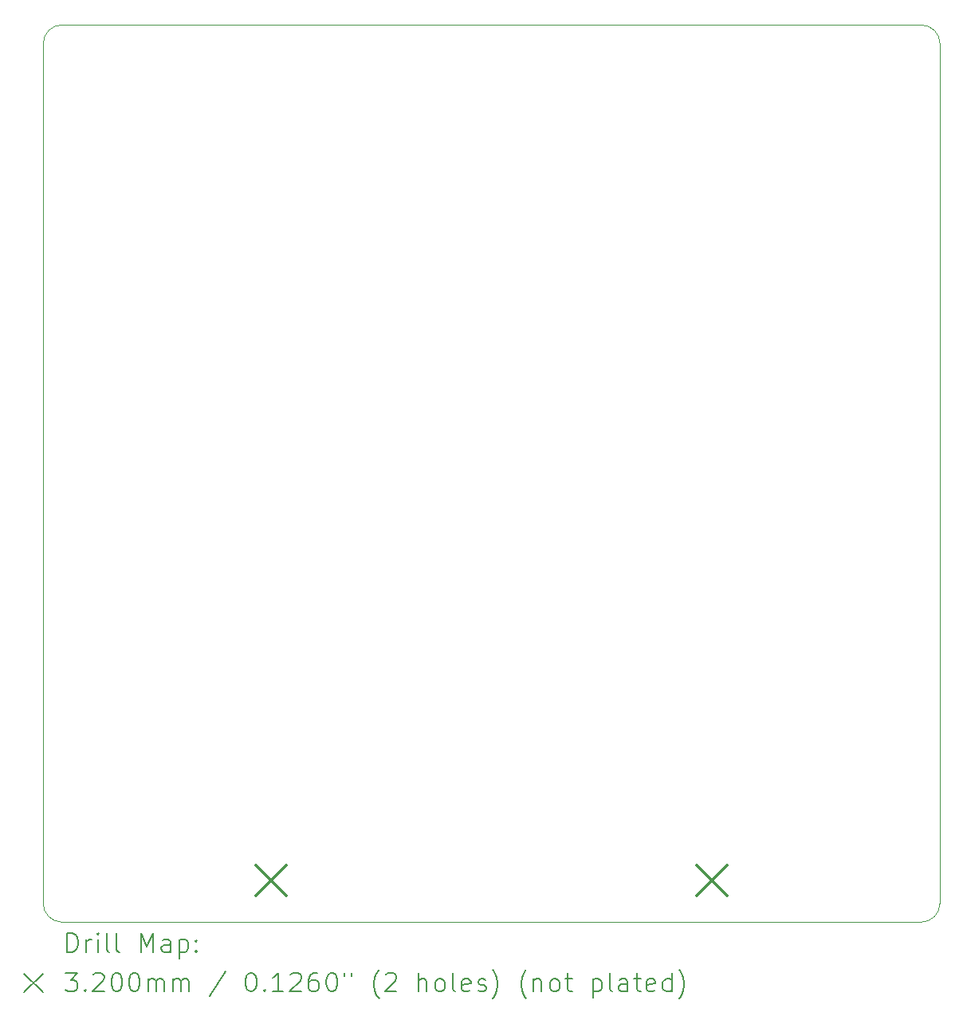
<source format=gbr>
%TF.GenerationSoftware,KiCad,Pcbnew,8.0.2*%
%TF.CreationDate,2024-06-21T19:26:26+02:00*%
%TF.ProjectId,power_board_v2,706f7765-725f-4626-9f61-72645f76322e,2.0*%
%TF.SameCoordinates,Original*%
%TF.FileFunction,Drillmap*%
%TF.FilePolarity,Positive*%
%FSLAX45Y45*%
G04 Gerber Fmt 4.5, Leading zero omitted, Abs format (unit mm)*
G04 Created by KiCad (PCBNEW 8.0.2) date 2024-06-21 19:26:26*
%MOMM*%
%LPD*%
G01*
G04 APERTURE LIST*
%ADD10C,0.100000*%
%ADD11C,0.200000*%
%ADD12C,0.320000*%
G04 APERTURE END LIST*
D10*
X2540000Y-2740000D02*
X2540000Y-11865000D01*
X12065000Y-2740000D02*
X12065000Y-11865000D01*
X12065000Y-11865000D02*
G75*
G02*
X11865000Y-12065000I-200000J0D01*
G01*
X2740000Y-12065000D02*
G75*
G02*
X2540000Y-11865000I0J200000D01*
G01*
X2540000Y-2740000D02*
G75*
G02*
X2740000Y-2540000I200000J0D01*
G01*
X11865000Y-2540000D02*
G75*
G02*
X12065000Y-2740000I0J-200000D01*
G01*
X2740000Y-12065000D02*
X11865000Y-12065000D01*
X2740000Y-2540000D02*
X11865000Y-2540000D01*
D11*
D12*
X4802500Y-11461400D02*
X5122500Y-11781400D01*
X5122500Y-11461400D02*
X4802500Y-11781400D01*
X9482500Y-11461400D02*
X9802500Y-11781400D01*
X9802500Y-11461400D02*
X9482500Y-11781400D01*
D11*
X2795777Y-12381484D02*
X2795777Y-12181484D01*
X2795777Y-12181484D02*
X2843396Y-12181484D01*
X2843396Y-12181484D02*
X2871967Y-12191008D01*
X2871967Y-12191008D02*
X2891015Y-12210055D01*
X2891015Y-12210055D02*
X2900539Y-12229103D01*
X2900539Y-12229103D02*
X2910062Y-12267198D01*
X2910062Y-12267198D02*
X2910062Y-12295769D01*
X2910062Y-12295769D02*
X2900539Y-12333865D01*
X2900539Y-12333865D02*
X2891015Y-12352912D01*
X2891015Y-12352912D02*
X2871967Y-12371960D01*
X2871967Y-12371960D02*
X2843396Y-12381484D01*
X2843396Y-12381484D02*
X2795777Y-12381484D01*
X2995777Y-12381484D02*
X2995777Y-12248150D01*
X2995777Y-12286246D02*
X3005301Y-12267198D01*
X3005301Y-12267198D02*
X3014824Y-12257674D01*
X3014824Y-12257674D02*
X3033872Y-12248150D01*
X3033872Y-12248150D02*
X3052920Y-12248150D01*
X3119586Y-12381484D02*
X3119586Y-12248150D01*
X3119586Y-12181484D02*
X3110062Y-12191008D01*
X3110062Y-12191008D02*
X3119586Y-12200531D01*
X3119586Y-12200531D02*
X3129110Y-12191008D01*
X3129110Y-12191008D02*
X3119586Y-12181484D01*
X3119586Y-12181484D02*
X3119586Y-12200531D01*
X3243396Y-12381484D02*
X3224348Y-12371960D01*
X3224348Y-12371960D02*
X3214824Y-12352912D01*
X3214824Y-12352912D02*
X3214824Y-12181484D01*
X3348158Y-12381484D02*
X3329110Y-12371960D01*
X3329110Y-12371960D02*
X3319586Y-12352912D01*
X3319586Y-12352912D02*
X3319586Y-12181484D01*
X3576729Y-12381484D02*
X3576729Y-12181484D01*
X3576729Y-12181484D02*
X3643396Y-12324341D01*
X3643396Y-12324341D02*
X3710062Y-12181484D01*
X3710062Y-12181484D02*
X3710062Y-12381484D01*
X3891015Y-12381484D02*
X3891015Y-12276722D01*
X3891015Y-12276722D02*
X3881491Y-12257674D01*
X3881491Y-12257674D02*
X3862443Y-12248150D01*
X3862443Y-12248150D02*
X3824348Y-12248150D01*
X3824348Y-12248150D02*
X3805301Y-12257674D01*
X3891015Y-12371960D02*
X3871967Y-12381484D01*
X3871967Y-12381484D02*
X3824348Y-12381484D01*
X3824348Y-12381484D02*
X3805301Y-12371960D01*
X3805301Y-12371960D02*
X3795777Y-12352912D01*
X3795777Y-12352912D02*
X3795777Y-12333865D01*
X3795777Y-12333865D02*
X3805301Y-12314817D01*
X3805301Y-12314817D02*
X3824348Y-12305293D01*
X3824348Y-12305293D02*
X3871967Y-12305293D01*
X3871967Y-12305293D02*
X3891015Y-12295769D01*
X3986253Y-12248150D02*
X3986253Y-12448150D01*
X3986253Y-12257674D02*
X4005301Y-12248150D01*
X4005301Y-12248150D02*
X4043396Y-12248150D01*
X4043396Y-12248150D02*
X4062443Y-12257674D01*
X4062443Y-12257674D02*
X4071967Y-12267198D01*
X4071967Y-12267198D02*
X4081491Y-12286246D01*
X4081491Y-12286246D02*
X4081491Y-12343388D01*
X4081491Y-12343388D02*
X4071967Y-12362436D01*
X4071967Y-12362436D02*
X4062443Y-12371960D01*
X4062443Y-12371960D02*
X4043396Y-12381484D01*
X4043396Y-12381484D02*
X4005301Y-12381484D01*
X4005301Y-12381484D02*
X3986253Y-12371960D01*
X4167205Y-12362436D02*
X4176729Y-12371960D01*
X4176729Y-12371960D02*
X4167205Y-12381484D01*
X4167205Y-12381484D02*
X4157682Y-12371960D01*
X4157682Y-12371960D02*
X4167205Y-12362436D01*
X4167205Y-12362436D02*
X4167205Y-12381484D01*
X4167205Y-12257674D02*
X4176729Y-12267198D01*
X4176729Y-12267198D02*
X4167205Y-12276722D01*
X4167205Y-12276722D02*
X4157682Y-12267198D01*
X4157682Y-12267198D02*
X4167205Y-12257674D01*
X4167205Y-12257674D02*
X4167205Y-12276722D01*
X2335000Y-12610000D02*
X2535000Y-12810000D01*
X2535000Y-12610000D02*
X2335000Y-12810000D01*
X2776729Y-12601484D02*
X2900539Y-12601484D01*
X2900539Y-12601484D02*
X2833872Y-12677674D01*
X2833872Y-12677674D02*
X2862443Y-12677674D01*
X2862443Y-12677674D02*
X2881491Y-12687198D01*
X2881491Y-12687198D02*
X2891015Y-12696722D01*
X2891015Y-12696722D02*
X2900539Y-12715769D01*
X2900539Y-12715769D02*
X2900539Y-12763388D01*
X2900539Y-12763388D02*
X2891015Y-12782436D01*
X2891015Y-12782436D02*
X2881491Y-12791960D01*
X2881491Y-12791960D02*
X2862443Y-12801484D01*
X2862443Y-12801484D02*
X2805301Y-12801484D01*
X2805301Y-12801484D02*
X2786253Y-12791960D01*
X2786253Y-12791960D02*
X2776729Y-12782436D01*
X2986253Y-12782436D02*
X2995777Y-12791960D01*
X2995777Y-12791960D02*
X2986253Y-12801484D01*
X2986253Y-12801484D02*
X2976729Y-12791960D01*
X2976729Y-12791960D02*
X2986253Y-12782436D01*
X2986253Y-12782436D02*
X2986253Y-12801484D01*
X3071967Y-12620531D02*
X3081491Y-12611008D01*
X3081491Y-12611008D02*
X3100539Y-12601484D01*
X3100539Y-12601484D02*
X3148158Y-12601484D01*
X3148158Y-12601484D02*
X3167205Y-12611008D01*
X3167205Y-12611008D02*
X3176729Y-12620531D01*
X3176729Y-12620531D02*
X3186253Y-12639579D01*
X3186253Y-12639579D02*
X3186253Y-12658627D01*
X3186253Y-12658627D02*
X3176729Y-12687198D01*
X3176729Y-12687198D02*
X3062443Y-12801484D01*
X3062443Y-12801484D02*
X3186253Y-12801484D01*
X3310062Y-12601484D02*
X3329110Y-12601484D01*
X3329110Y-12601484D02*
X3348158Y-12611008D01*
X3348158Y-12611008D02*
X3357682Y-12620531D01*
X3357682Y-12620531D02*
X3367205Y-12639579D01*
X3367205Y-12639579D02*
X3376729Y-12677674D01*
X3376729Y-12677674D02*
X3376729Y-12725293D01*
X3376729Y-12725293D02*
X3367205Y-12763388D01*
X3367205Y-12763388D02*
X3357682Y-12782436D01*
X3357682Y-12782436D02*
X3348158Y-12791960D01*
X3348158Y-12791960D02*
X3329110Y-12801484D01*
X3329110Y-12801484D02*
X3310062Y-12801484D01*
X3310062Y-12801484D02*
X3291015Y-12791960D01*
X3291015Y-12791960D02*
X3281491Y-12782436D01*
X3281491Y-12782436D02*
X3271967Y-12763388D01*
X3271967Y-12763388D02*
X3262443Y-12725293D01*
X3262443Y-12725293D02*
X3262443Y-12677674D01*
X3262443Y-12677674D02*
X3271967Y-12639579D01*
X3271967Y-12639579D02*
X3281491Y-12620531D01*
X3281491Y-12620531D02*
X3291015Y-12611008D01*
X3291015Y-12611008D02*
X3310062Y-12601484D01*
X3500539Y-12601484D02*
X3519586Y-12601484D01*
X3519586Y-12601484D02*
X3538634Y-12611008D01*
X3538634Y-12611008D02*
X3548158Y-12620531D01*
X3548158Y-12620531D02*
X3557682Y-12639579D01*
X3557682Y-12639579D02*
X3567205Y-12677674D01*
X3567205Y-12677674D02*
X3567205Y-12725293D01*
X3567205Y-12725293D02*
X3557682Y-12763388D01*
X3557682Y-12763388D02*
X3548158Y-12782436D01*
X3548158Y-12782436D02*
X3538634Y-12791960D01*
X3538634Y-12791960D02*
X3519586Y-12801484D01*
X3519586Y-12801484D02*
X3500539Y-12801484D01*
X3500539Y-12801484D02*
X3481491Y-12791960D01*
X3481491Y-12791960D02*
X3471967Y-12782436D01*
X3471967Y-12782436D02*
X3462443Y-12763388D01*
X3462443Y-12763388D02*
X3452920Y-12725293D01*
X3452920Y-12725293D02*
X3452920Y-12677674D01*
X3452920Y-12677674D02*
X3462443Y-12639579D01*
X3462443Y-12639579D02*
X3471967Y-12620531D01*
X3471967Y-12620531D02*
X3481491Y-12611008D01*
X3481491Y-12611008D02*
X3500539Y-12601484D01*
X3652920Y-12801484D02*
X3652920Y-12668150D01*
X3652920Y-12687198D02*
X3662443Y-12677674D01*
X3662443Y-12677674D02*
X3681491Y-12668150D01*
X3681491Y-12668150D02*
X3710063Y-12668150D01*
X3710063Y-12668150D02*
X3729110Y-12677674D01*
X3729110Y-12677674D02*
X3738634Y-12696722D01*
X3738634Y-12696722D02*
X3738634Y-12801484D01*
X3738634Y-12696722D02*
X3748158Y-12677674D01*
X3748158Y-12677674D02*
X3767205Y-12668150D01*
X3767205Y-12668150D02*
X3795777Y-12668150D01*
X3795777Y-12668150D02*
X3814824Y-12677674D01*
X3814824Y-12677674D02*
X3824348Y-12696722D01*
X3824348Y-12696722D02*
X3824348Y-12801484D01*
X3919586Y-12801484D02*
X3919586Y-12668150D01*
X3919586Y-12687198D02*
X3929110Y-12677674D01*
X3929110Y-12677674D02*
X3948158Y-12668150D01*
X3948158Y-12668150D02*
X3976729Y-12668150D01*
X3976729Y-12668150D02*
X3995777Y-12677674D01*
X3995777Y-12677674D02*
X4005301Y-12696722D01*
X4005301Y-12696722D02*
X4005301Y-12801484D01*
X4005301Y-12696722D02*
X4014824Y-12677674D01*
X4014824Y-12677674D02*
X4033872Y-12668150D01*
X4033872Y-12668150D02*
X4062443Y-12668150D01*
X4062443Y-12668150D02*
X4081491Y-12677674D01*
X4081491Y-12677674D02*
X4091015Y-12696722D01*
X4091015Y-12696722D02*
X4091015Y-12801484D01*
X4481491Y-12591960D02*
X4310063Y-12849103D01*
X4738634Y-12601484D02*
X4757682Y-12601484D01*
X4757682Y-12601484D02*
X4776729Y-12611008D01*
X4776729Y-12611008D02*
X4786253Y-12620531D01*
X4786253Y-12620531D02*
X4795777Y-12639579D01*
X4795777Y-12639579D02*
X4805301Y-12677674D01*
X4805301Y-12677674D02*
X4805301Y-12725293D01*
X4805301Y-12725293D02*
X4795777Y-12763388D01*
X4795777Y-12763388D02*
X4786253Y-12782436D01*
X4786253Y-12782436D02*
X4776729Y-12791960D01*
X4776729Y-12791960D02*
X4757682Y-12801484D01*
X4757682Y-12801484D02*
X4738634Y-12801484D01*
X4738634Y-12801484D02*
X4719587Y-12791960D01*
X4719587Y-12791960D02*
X4710063Y-12782436D01*
X4710063Y-12782436D02*
X4700539Y-12763388D01*
X4700539Y-12763388D02*
X4691015Y-12725293D01*
X4691015Y-12725293D02*
X4691015Y-12677674D01*
X4691015Y-12677674D02*
X4700539Y-12639579D01*
X4700539Y-12639579D02*
X4710063Y-12620531D01*
X4710063Y-12620531D02*
X4719587Y-12611008D01*
X4719587Y-12611008D02*
X4738634Y-12601484D01*
X4891015Y-12782436D02*
X4900539Y-12791960D01*
X4900539Y-12791960D02*
X4891015Y-12801484D01*
X4891015Y-12801484D02*
X4881491Y-12791960D01*
X4881491Y-12791960D02*
X4891015Y-12782436D01*
X4891015Y-12782436D02*
X4891015Y-12801484D01*
X5091015Y-12801484D02*
X4976729Y-12801484D01*
X5033872Y-12801484D02*
X5033872Y-12601484D01*
X5033872Y-12601484D02*
X5014825Y-12630055D01*
X5014825Y-12630055D02*
X4995777Y-12649103D01*
X4995777Y-12649103D02*
X4976729Y-12658627D01*
X5167206Y-12620531D02*
X5176729Y-12611008D01*
X5176729Y-12611008D02*
X5195777Y-12601484D01*
X5195777Y-12601484D02*
X5243396Y-12601484D01*
X5243396Y-12601484D02*
X5262444Y-12611008D01*
X5262444Y-12611008D02*
X5271968Y-12620531D01*
X5271968Y-12620531D02*
X5281491Y-12639579D01*
X5281491Y-12639579D02*
X5281491Y-12658627D01*
X5281491Y-12658627D02*
X5271968Y-12687198D01*
X5271968Y-12687198D02*
X5157682Y-12801484D01*
X5157682Y-12801484D02*
X5281491Y-12801484D01*
X5452920Y-12601484D02*
X5414825Y-12601484D01*
X5414825Y-12601484D02*
X5395777Y-12611008D01*
X5395777Y-12611008D02*
X5386253Y-12620531D01*
X5386253Y-12620531D02*
X5367206Y-12649103D01*
X5367206Y-12649103D02*
X5357682Y-12687198D01*
X5357682Y-12687198D02*
X5357682Y-12763388D01*
X5357682Y-12763388D02*
X5367206Y-12782436D01*
X5367206Y-12782436D02*
X5376729Y-12791960D01*
X5376729Y-12791960D02*
X5395777Y-12801484D01*
X5395777Y-12801484D02*
X5433872Y-12801484D01*
X5433872Y-12801484D02*
X5452920Y-12791960D01*
X5452920Y-12791960D02*
X5462444Y-12782436D01*
X5462444Y-12782436D02*
X5471968Y-12763388D01*
X5471968Y-12763388D02*
X5471968Y-12715769D01*
X5471968Y-12715769D02*
X5462444Y-12696722D01*
X5462444Y-12696722D02*
X5452920Y-12687198D01*
X5452920Y-12687198D02*
X5433872Y-12677674D01*
X5433872Y-12677674D02*
X5395777Y-12677674D01*
X5395777Y-12677674D02*
X5376729Y-12687198D01*
X5376729Y-12687198D02*
X5367206Y-12696722D01*
X5367206Y-12696722D02*
X5357682Y-12715769D01*
X5595777Y-12601484D02*
X5614825Y-12601484D01*
X5614825Y-12601484D02*
X5633872Y-12611008D01*
X5633872Y-12611008D02*
X5643396Y-12620531D01*
X5643396Y-12620531D02*
X5652920Y-12639579D01*
X5652920Y-12639579D02*
X5662444Y-12677674D01*
X5662444Y-12677674D02*
X5662444Y-12725293D01*
X5662444Y-12725293D02*
X5652920Y-12763388D01*
X5652920Y-12763388D02*
X5643396Y-12782436D01*
X5643396Y-12782436D02*
X5633872Y-12791960D01*
X5633872Y-12791960D02*
X5614825Y-12801484D01*
X5614825Y-12801484D02*
X5595777Y-12801484D01*
X5595777Y-12801484D02*
X5576729Y-12791960D01*
X5576729Y-12791960D02*
X5567206Y-12782436D01*
X5567206Y-12782436D02*
X5557682Y-12763388D01*
X5557682Y-12763388D02*
X5548158Y-12725293D01*
X5548158Y-12725293D02*
X5548158Y-12677674D01*
X5548158Y-12677674D02*
X5557682Y-12639579D01*
X5557682Y-12639579D02*
X5567206Y-12620531D01*
X5567206Y-12620531D02*
X5576729Y-12611008D01*
X5576729Y-12611008D02*
X5595777Y-12601484D01*
X5738634Y-12601484D02*
X5738634Y-12639579D01*
X5814825Y-12601484D02*
X5814825Y-12639579D01*
X6110063Y-12877674D02*
X6100539Y-12868150D01*
X6100539Y-12868150D02*
X6081491Y-12839579D01*
X6081491Y-12839579D02*
X6071968Y-12820531D01*
X6071968Y-12820531D02*
X6062444Y-12791960D01*
X6062444Y-12791960D02*
X6052920Y-12744341D01*
X6052920Y-12744341D02*
X6052920Y-12706246D01*
X6052920Y-12706246D02*
X6062444Y-12658627D01*
X6062444Y-12658627D02*
X6071968Y-12630055D01*
X6071968Y-12630055D02*
X6081491Y-12611008D01*
X6081491Y-12611008D02*
X6100539Y-12582436D01*
X6100539Y-12582436D02*
X6110063Y-12572912D01*
X6176729Y-12620531D02*
X6186253Y-12611008D01*
X6186253Y-12611008D02*
X6205301Y-12601484D01*
X6205301Y-12601484D02*
X6252920Y-12601484D01*
X6252920Y-12601484D02*
X6271968Y-12611008D01*
X6271968Y-12611008D02*
X6281491Y-12620531D01*
X6281491Y-12620531D02*
X6291015Y-12639579D01*
X6291015Y-12639579D02*
X6291015Y-12658627D01*
X6291015Y-12658627D02*
X6281491Y-12687198D01*
X6281491Y-12687198D02*
X6167206Y-12801484D01*
X6167206Y-12801484D02*
X6291015Y-12801484D01*
X6529110Y-12801484D02*
X6529110Y-12601484D01*
X6614825Y-12801484D02*
X6614825Y-12696722D01*
X6614825Y-12696722D02*
X6605301Y-12677674D01*
X6605301Y-12677674D02*
X6586253Y-12668150D01*
X6586253Y-12668150D02*
X6557682Y-12668150D01*
X6557682Y-12668150D02*
X6538634Y-12677674D01*
X6538634Y-12677674D02*
X6529110Y-12687198D01*
X6738634Y-12801484D02*
X6719587Y-12791960D01*
X6719587Y-12791960D02*
X6710063Y-12782436D01*
X6710063Y-12782436D02*
X6700539Y-12763388D01*
X6700539Y-12763388D02*
X6700539Y-12706246D01*
X6700539Y-12706246D02*
X6710063Y-12687198D01*
X6710063Y-12687198D02*
X6719587Y-12677674D01*
X6719587Y-12677674D02*
X6738634Y-12668150D01*
X6738634Y-12668150D02*
X6767206Y-12668150D01*
X6767206Y-12668150D02*
X6786253Y-12677674D01*
X6786253Y-12677674D02*
X6795777Y-12687198D01*
X6795777Y-12687198D02*
X6805301Y-12706246D01*
X6805301Y-12706246D02*
X6805301Y-12763388D01*
X6805301Y-12763388D02*
X6795777Y-12782436D01*
X6795777Y-12782436D02*
X6786253Y-12791960D01*
X6786253Y-12791960D02*
X6767206Y-12801484D01*
X6767206Y-12801484D02*
X6738634Y-12801484D01*
X6919587Y-12801484D02*
X6900539Y-12791960D01*
X6900539Y-12791960D02*
X6891015Y-12772912D01*
X6891015Y-12772912D02*
X6891015Y-12601484D01*
X7071968Y-12791960D02*
X7052920Y-12801484D01*
X7052920Y-12801484D02*
X7014825Y-12801484D01*
X7014825Y-12801484D02*
X6995777Y-12791960D01*
X6995777Y-12791960D02*
X6986253Y-12772912D01*
X6986253Y-12772912D02*
X6986253Y-12696722D01*
X6986253Y-12696722D02*
X6995777Y-12677674D01*
X6995777Y-12677674D02*
X7014825Y-12668150D01*
X7014825Y-12668150D02*
X7052920Y-12668150D01*
X7052920Y-12668150D02*
X7071968Y-12677674D01*
X7071968Y-12677674D02*
X7081491Y-12696722D01*
X7081491Y-12696722D02*
X7081491Y-12715769D01*
X7081491Y-12715769D02*
X6986253Y-12734817D01*
X7157682Y-12791960D02*
X7176730Y-12801484D01*
X7176730Y-12801484D02*
X7214825Y-12801484D01*
X7214825Y-12801484D02*
X7233872Y-12791960D01*
X7233872Y-12791960D02*
X7243396Y-12772912D01*
X7243396Y-12772912D02*
X7243396Y-12763388D01*
X7243396Y-12763388D02*
X7233872Y-12744341D01*
X7233872Y-12744341D02*
X7214825Y-12734817D01*
X7214825Y-12734817D02*
X7186253Y-12734817D01*
X7186253Y-12734817D02*
X7167206Y-12725293D01*
X7167206Y-12725293D02*
X7157682Y-12706246D01*
X7157682Y-12706246D02*
X7157682Y-12696722D01*
X7157682Y-12696722D02*
X7167206Y-12677674D01*
X7167206Y-12677674D02*
X7186253Y-12668150D01*
X7186253Y-12668150D02*
X7214825Y-12668150D01*
X7214825Y-12668150D02*
X7233872Y-12677674D01*
X7310063Y-12877674D02*
X7319587Y-12868150D01*
X7319587Y-12868150D02*
X7338634Y-12839579D01*
X7338634Y-12839579D02*
X7348158Y-12820531D01*
X7348158Y-12820531D02*
X7357682Y-12791960D01*
X7357682Y-12791960D02*
X7367206Y-12744341D01*
X7367206Y-12744341D02*
X7367206Y-12706246D01*
X7367206Y-12706246D02*
X7357682Y-12658627D01*
X7357682Y-12658627D02*
X7348158Y-12630055D01*
X7348158Y-12630055D02*
X7338634Y-12611008D01*
X7338634Y-12611008D02*
X7319587Y-12582436D01*
X7319587Y-12582436D02*
X7310063Y-12572912D01*
X7671968Y-12877674D02*
X7662444Y-12868150D01*
X7662444Y-12868150D02*
X7643396Y-12839579D01*
X7643396Y-12839579D02*
X7633872Y-12820531D01*
X7633872Y-12820531D02*
X7624349Y-12791960D01*
X7624349Y-12791960D02*
X7614825Y-12744341D01*
X7614825Y-12744341D02*
X7614825Y-12706246D01*
X7614825Y-12706246D02*
X7624349Y-12658627D01*
X7624349Y-12658627D02*
X7633872Y-12630055D01*
X7633872Y-12630055D02*
X7643396Y-12611008D01*
X7643396Y-12611008D02*
X7662444Y-12582436D01*
X7662444Y-12582436D02*
X7671968Y-12572912D01*
X7748158Y-12668150D02*
X7748158Y-12801484D01*
X7748158Y-12687198D02*
X7757682Y-12677674D01*
X7757682Y-12677674D02*
X7776730Y-12668150D01*
X7776730Y-12668150D02*
X7805301Y-12668150D01*
X7805301Y-12668150D02*
X7824349Y-12677674D01*
X7824349Y-12677674D02*
X7833872Y-12696722D01*
X7833872Y-12696722D02*
X7833872Y-12801484D01*
X7957682Y-12801484D02*
X7938634Y-12791960D01*
X7938634Y-12791960D02*
X7929111Y-12782436D01*
X7929111Y-12782436D02*
X7919587Y-12763388D01*
X7919587Y-12763388D02*
X7919587Y-12706246D01*
X7919587Y-12706246D02*
X7929111Y-12687198D01*
X7929111Y-12687198D02*
X7938634Y-12677674D01*
X7938634Y-12677674D02*
X7957682Y-12668150D01*
X7957682Y-12668150D02*
X7986253Y-12668150D01*
X7986253Y-12668150D02*
X8005301Y-12677674D01*
X8005301Y-12677674D02*
X8014825Y-12687198D01*
X8014825Y-12687198D02*
X8024349Y-12706246D01*
X8024349Y-12706246D02*
X8024349Y-12763388D01*
X8024349Y-12763388D02*
X8014825Y-12782436D01*
X8014825Y-12782436D02*
X8005301Y-12791960D01*
X8005301Y-12791960D02*
X7986253Y-12801484D01*
X7986253Y-12801484D02*
X7957682Y-12801484D01*
X8081492Y-12668150D02*
X8157682Y-12668150D01*
X8110063Y-12601484D02*
X8110063Y-12772912D01*
X8110063Y-12772912D02*
X8119587Y-12791960D01*
X8119587Y-12791960D02*
X8138634Y-12801484D01*
X8138634Y-12801484D02*
X8157682Y-12801484D01*
X8376730Y-12668150D02*
X8376730Y-12868150D01*
X8376730Y-12677674D02*
X8395777Y-12668150D01*
X8395777Y-12668150D02*
X8433873Y-12668150D01*
X8433873Y-12668150D02*
X8452920Y-12677674D01*
X8452920Y-12677674D02*
X8462444Y-12687198D01*
X8462444Y-12687198D02*
X8471968Y-12706246D01*
X8471968Y-12706246D02*
X8471968Y-12763388D01*
X8471968Y-12763388D02*
X8462444Y-12782436D01*
X8462444Y-12782436D02*
X8452920Y-12791960D01*
X8452920Y-12791960D02*
X8433873Y-12801484D01*
X8433873Y-12801484D02*
X8395777Y-12801484D01*
X8395777Y-12801484D02*
X8376730Y-12791960D01*
X8586254Y-12801484D02*
X8567206Y-12791960D01*
X8567206Y-12791960D02*
X8557682Y-12772912D01*
X8557682Y-12772912D02*
X8557682Y-12601484D01*
X8748158Y-12801484D02*
X8748158Y-12696722D01*
X8748158Y-12696722D02*
X8738635Y-12677674D01*
X8738635Y-12677674D02*
X8719587Y-12668150D01*
X8719587Y-12668150D02*
X8681492Y-12668150D01*
X8681492Y-12668150D02*
X8662444Y-12677674D01*
X8748158Y-12791960D02*
X8729111Y-12801484D01*
X8729111Y-12801484D02*
X8681492Y-12801484D01*
X8681492Y-12801484D02*
X8662444Y-12791960D01*
X8662444Y-12791960D02*
X8652920Y-12772912D01*
X8652920Y-12772912D02*
X8652920Y-12753865D01*
X8652920Y-12753865D02*
X8662444Y-12734817D01*
X8662444Y-12734817D02*
X8681492Y-12725293D01*
X8681492Y-12725293D02*
X8729111Y-12725293D01*
X8729111Y-12725293D02*
X8748158Y-12715769D01*
X8814825Y-12668150D02*
X8891015Y-12668150D01*
X8843396Y-12601484D02*
X8843396Y-12772912D01*
X8843396Y-12772912D02*
X8852920Y-12791960D01*
X8852920Y-12791960D02*
X8871968Y-12801484D01*
X8871968Y-12801484D02*
X8891015Y-12801484D01*
X9033873Y-12791960D02*
X9014825Y-12801484D01*
X9014825Y-12801484D02*
X8976730Y-12801484D01*
X8976730Y-12801484D02*
X8957682Y-12791960D01*
X8957682Y-12791960D02*
X8948158Y-12772912D01*
X8948158Y-12772912D02*
X8948158Y-12696722D01*
X8948158Y-12696722D02*
X8957682Y-12677674D01*
X8957682Y-12677674D02*
X8976730Y-12668150D01*
X8976730Y-12668150D02*
X9014825Y-12668150D01*
X9014825Y-12668150D02*
X9033873Y-12677674D01*
X9033873Y-12677674D02*
X9043396Y-12696722D01*
X9043396Y-12696722D02*
X9043396Y-12715769D01*
X9043396Y-12715769D02*
X8948158Y-12734817D01*
X9214825Y-12801484D02*
X9214825Y-12601484D01*
X9214825Y-12791960D02*
X9195777Y-12801484D01*
X9195777Y-12801484D02*
X9157682Y-12801484D01*
X9157682Y-12801484D02*
X9138635Y-12791960D01*
X9138635Y-12791960D02*
X9129111Y-12782436D01*
X9129111Y-12782436D02*
X9119587Y-12763388D01*
X9119587Y-12763388D02*
X9119587Y-12706246D01*
X9119587Y-12706246D02*
X9129111Y-12687198D01*
X9129111Y-12687198D02*
X9138635Y-12677674D01*
X9138635Y-12677674D02*
X9157682Y-12668150D01*
X9157682Y-12668150D02*
X9195777Y-12668150D01*
X9195777Y-12668150D02*
X9214825Y-12677674D01*
X9291016Y-12877674D02*
X9300539Y-12868150D01*
X9300539Y-12868150D02*
X9319587Y-12839579D01*
X9319587Y-12839579D02*
X9329111Y-12820531D01*
X9329111Y-12820531D02*
X9338635Y-12791960D01*
X9338635Y-12791960D02*
X9348158Y-12744341D01*
X9348158Y-12744341D02*
X9348158Y-12706246D01*
X9348158Y-12706246D02*
X9338635Y-12658627D01*
X9338635Y-12658627D02*
X9329111Y-12630055D01*
X9329111Y-12630055D02*
X9319587Y-12611008D01*
X9319587Y-12611008D02*
X9300539Y-12582436D01*
X9300539Y-12582436D02*
X9291016Y-12572912D01*
M02*

</source>
